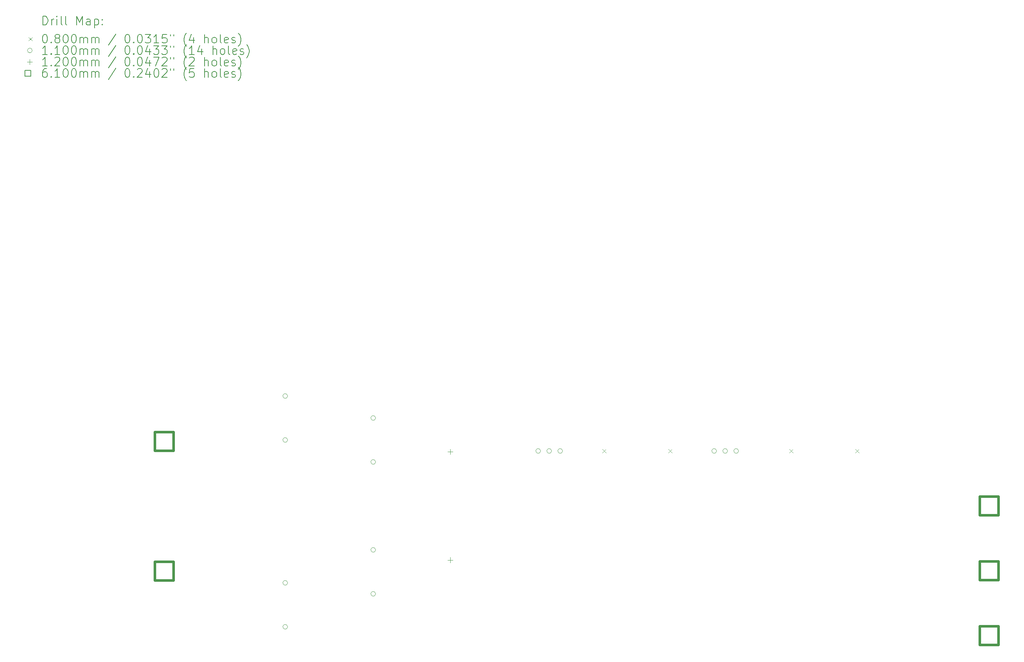
<source format=gbr>
%TF.GenerationSoftware,KiCad,Pcbnew,7.0.2*%
%TF.CreationDate,2023-06-26T14:50:18+05:30*%
%TF.ProjectId,Transmitter,5472616e-736d-4697-9474-65722e6b6963,rev?*%
%TF.SameCoordinates,Original*%
%TF.FileFunction,Drillmap*%
%TF.FilePolarity,Positive*%
%FSLAX45Y45*%
G04 Gerber Fmt 4.5, Leading zero omitted, Abs format (unit mm)*
G04 Created by KiCad (PCBNEW 7.0.2) date 2023-06-26 14:50:18*
%MOMM*%
%LPD*%
G01*
G04 APERTURE LIST*
%ADD10C,0.200000*%
%ADD11C,0.080000*%
%ADD12C,0.110000*%
%ADD13C,0.120000*%
%ADD14C,0.610000*%
G04 APERTURE END LIST*
D10*
D11*
X13168000Y-10120000D02*
X13248000Y-10200000D01*
X13248000Y-10120000D02*
X13168000Y-10200000D01*
X14692000Y-10120000D02*
X14772000Y-10200000D01*
X14772000Y-10120000D02*
X14692000Y-10200000D01*
X17486000Y-10120000D02*
X17566000Y-10200000D01*
X17566000Y-10120000D02*
X17486000Y-10200000D01*
X19010000Y-10120000D02*
X19090000Y-10200000D01*
X19090000Y-10120000D02*
X19010000Y-10200000D01*
D12*
X5897000Y-8890000D02*
G75*
G03*
X5897000Y-8890000I-55000J0D01*
G01*
X5897000Y-9906000D02*
G75*
G03*
X5897000Y-9906000I-55000J0D01*
G01*
X5897000Y-13208000D02*
G75*
G03*
X5897000Y-13208000I-55000J0D01*
G01*
X5897000Y-14224000D02*
G75*
G03*
X5897000Y-14224000I-55000J0D01*
G01*
X7929000Y-9398000D02*
G75*
G03*
X7929000Y-9398000I-55000J0D01*
G01*
X7929000Y-10414000D02*
G75*
G03*
X7929000Y-10414000I-55000J0D01*
G01*
X7929000Y-12446000D02*
G75*
G03*
X7929000Y-12446000I-55000J0D01*
G01*
X7929000Y-13462000D02*
G75*
G03*
X7929000Y-13462000I-55000J0D01*
G01*
X11739000Y-10160000D02*
G75*
G03*
X11739000Y-10160000I-55000J0D01*
G01*
X11993000Y-10160000D02*
G75*
G03*
X11993000Y-10160000I-55000J0D01*
G01*
X12247000Y-10160000D02*
G75*
G03*
X12247000Y-10160000I-55000J0D01*
G01*
X15803000Y-10160000D02*
G75*
G03*
X15803000Y-10160000I-55000J0D01*
G01*
X16057000Y-10160000D02*
G75*
G03*
X16057000Y-10160000I-55000J0D01*
G01*
X16311000Y-10160000D02*
G75*
G03*
X16311000Y-10160000I-55000J0D01*
G01*
D13*
X9650250Y-10120000D02*
X9650250Y-10240000D01*
X9590250Y-10180000D02*
X9710250Y-10180000D01*
X9650250Y-12620000D02*
X9650250Y-12740000D01*
X9590250Y-12680000D02*
X9710250Y-12680000D01*
D14*
X3263670Y-10148670D02*
X3263670Y-9717330D01*
X2832330Y-9717330D01*
X2832330Y-10148670D01*
X3263670Y-10148670D01*
X3263670Y-13145670D02*
X3263670Y-12714330D01*
X2832330Y-12714330D01*
X2832330Y-13145670D01*
X3263670Y-13145670D01*
X22313670Y-11645670D02*
X22313670Y-11214330D01*
X21882330Y-11214330D01*
X21882330Y-11645670D01*
X22313670Y-11645670D01*
X22313670Y-13144670D02*
X22313670Y-12713330D01*
X21882330Y-12713330D01*
X21882330Y-13144670D01*
X22313670Y-13144670D01*
X22313670Y-14642670D02*
X22313670Y-14211330D01*
X21882330Y-14211330D01*
X21882330Y-14642670D01*
X22313670Y-14642670D01*
D10*
X247619Y-312524D02*
X247619Y-112524D01*
X247619Y-112524D02*
X295238Y-112524D01*
X295238Y-112524D02*
X323810Y-122048D01*
X323810Y-122048D02*
X342857Y-141095D01*
X342857Y-141095D02*
X352381Y-160143D01*
X352381Y-160143D02*
X361905Y-198238D01*
X361905Y-198238D02*
X361905Y-226809D01*
X361905Y-226809D02*
X352381Y-264905D01*
X352381Y-264905D02*
X342857Y-283952D01*
X342857Y-283952D02*
X323810Y-303000D01*
X323810Y-303000D02*
X295238Y-312524D01*
X295238Y-312524D02*
X247619Y-312524D01*
X447619Y-312524D02*
X447619Y-179190D01*
X447619Y-217286D02*
X457143Y-198238D01*
X457143Y-198238D02*
X466667Y-188714D01*
X466667Y-188714D02*
X485714Y-179190D01*
X485714Y-179190D02*
X504762Y-179190D01*
X571429Y-312524D02*
X571429Y-179190D01*
X571429Y-112524D02*
X561905Y-122048D01*
X561905Y-122048D02*
X571429Y-131571D01*
X571429Y-131571D02*
X580952Y-122048D01*
X580952Y-122048D02*
X571429Y-112524D01*
X571429Y-112524D02*
X571429Y-131571D01*
X695238Y-312524D02*
X676190Y-303000D01*
X676190Y-303000D02*
X666667Y-283952D01*
X666667Y-283952D02*
X666667Y-112524D01*
X800000Y-312524D02*
X780952Y-303000D01*
X780952Y-303000D02*
X771428Y-283952D01*
X771428Y-283952D02*
X771428Y-112524D01*
X1028571Y-312524D02*
X1028571Y-112524D01*
X1028571Y-112524D02*
X1095238Y-255381D01*
X1095238Y-255381D02*
X1161905Y-112524D01*
X1161905Y-112524D02*
X1161905Y-312524D01*
X1342857Y-312524D02*
X1342857Y-207762D01*
X1342857Y-207762D02*
X1333333Y-188714D01*
X1333333Y-188714D02*
X1314286Y-179190D01*
X1314286Y-179190D02*
X1276190Y-179190D01*
X1276190Y-179190D02*
X1257143Y-188714D01*
X1342857Y-303000D02*
X1323810Y-312524D01*
X1323810Y-312524D02*
X1276190Y-312524D01*
X1276190Y-312524D02*
X1257143Y-303000D01*
X1257143Y-303000D02*
X1247619Y-283952D01*
X1247619Y-283952D02*
X1247619Y-264905D01*
X1247619Y-264905D02*
X1257143Y-245857D01*
X1257143Y-245857D02*
X1276190Y-236333D01*
X1276190Y-236333D02*
X1323810Y-236333D01*
X1323810Y-236333D02*
X1342857Y-226809D01*
X1438095Y-179190D02*
X1438095Y-379190D01*
X1438095Y-188714D02*
X1457143Y-179190D01*
X1457143Y-179190D02*
X1495238Y-179190D01*
X1495238Y-179190D02*
X1514286Y-188714D01*
X1514286Y-188714D02*
X1523809Y-198238D01*
X1523809Y-198238D02*
X1533333Y-217286D01*
X1533333Y-217286D02*
X1533333Y-274429D01*
X1533333Y-274429D02*
X1523809Y-293476D01*
X1523809Y-293476D02*
X1514286Y-303000D01*
X1514286Y-303000D02*
X1495238Y-312524D01*
X1495238Y-312524D02*
X1457143Y-312524D01*
X1457143Y-312524D02*
X1438095Y-303000D01*
X1619048Y-293476D02*
X1628571Y-303000D01*
X1628571Y-303000D02*
X1619048Y-312524D01*
X1619048Y-312524D02*
X1609524Y-303000D01*
X1609524Y-303000D02*
X1619048Y-293476D01*
X1619048Y-293476D02*
X1619048Y-312524D01*
X1619048Y-188714D02*
X1628571Y-198238D01*
X1628571Y-198238D02*
X1619048Y-207762D01*
X1619048Y-207762D02*
X1609524Y-198238D01*
X1609524Y-198238D02*
X1619048Y-188714D01*
X1619048Y-188714D02*
X1619048Y-207762D01*
D11*
X-80000Y-600000D02*
X0Y-680000D01*
X0Y-600000D02*
X-80000Y-680000D01*
D10*
X285714Y-532524D02*
X304762Y-532524D01*
X304762Y-532524D02*
X323810Y-542048D01*
X323810Y-542048D02*
X333333Y-551571D01*
X333333Y-551571D02*
X342857Y-570619D01*
X342857Y-570619D02*
X352381Y-608714D01*
X352381Y-608714D02*
X352381Y-656333D01*
X352381Y-656333D02*
X342857Y-694429D01*
X342857Y-694429D02*
X333333Y-713476D01*
X333333Y-713476D02*
X323810Y-723000D01*
X323810Y-723000D02*
X304762Y-732524D01*
X304762Y-732524D02*
X285714Y-732524D01*
X285714Y-732524D02*
X266667Y-723000D01*
X266667Y-723000D02*
X257143Y-713476D01*
X257143Y-713476D02*
X247619Y-694429D01*
X247619Y-694429D02*
X238095Y-656333D01*
X238095Y-656333D02*
X238095Y-608714D01*
X238095Y-608714D02*
X247619Y-570619D01*
X247619Y-570619D02*
X257143Y-551571D01*
X257143Y-551571D02*
X266667Y-542048D01*
X266667Y-542048D02*
X285714Y-532524D01*
X438095Y-713476D02*
X447619Y-723000D01*
X447619Y-723000D02*
X438095Y-732524D01*
X438095Y-732524D02*
X428571Y-723000D01*
X428571Y-723000D02*
X438095Y-713476D01*
X438095Y-713476D02*
X438095Y-732524D01*
X561905Y-618238D02*
X542857Y-608714D01*
X542857Y-608714D02*
X533333Y-599190D01*
X533333Y-599190D02*
X523809Y-580143D01*
X523809Y-580143D02*
X523809Y-570619D01*
X523809Y-570619D02*
X533333Y-551571D01*
X533333Y-551571D02*
X542857Y-542048D01*
X542857Y-542048D02*
X561905Y-532524D01*
X561905Y-532524D02*
X600000Y-532524D01*
X600000Y-532524D02*
X619048Y-542048D01*
X619048Y-542048D02*
X628571Y-551571D01*
X628571Y-551571D02*
X638095Y-570619D01*
X638095Y-570619D02*
X638095Y-580143D01*
X638095Y-580143D02*
X628571Y-599190D01*
X628571Y-599190D02*
X619048Y-608714D01*
X619048Y-608714D02*
X600000Y-618238D01*
X600000Y-618238D02*
X561905Y-618238D01*
X561905Y-618238D02*
X542857Y-627762D01*
X542857Y-627762D02*
X533333Y-637286D01*
X533333Y-637286D02*
X523809Y-656333D01*
X523809Y-656333D02*
X523809Y-694429D01*
X523809Y-694429D02*
X533333Y-713476D01*
X533333Y-713476D02*
X542857Y-723000D01*
X542857Y-723000D02*
X561905Y-732524D01*
X561905Y-732524D02*
X600000Y-732524D01*
X600000Y-732524D02*
X619048Y-723000D01*
X619048Y-723000D02*
X628571Y-713476D01*
X628571Y-713476D02*
X638095Y-694429D01*
X638095Y-694429D02*
X638095Y-656333D01*
X638095Y-656333D02*
X628571Y-637286D01*
X628571Y-637286D02*
X619048Y-627762D01*
X619048Y-627762D02*
X600000Y-618238D01*
X761905Y-532524D02*
X780952Y-532524D01*
X780952Y-532524D02*
X800000Y-542048D01*
X800000Y-542048D02*
X809524Y-551571D01*
X809524Y-551571D02*
X819048Y-570619D01*
X819048Y-570619D02*
X828571Y-608714D01*
X828571Y-608714D02*
X828571Y-656333D01*
X828571Y-656333D02*
X819048Y-694429D01*
X819048Y-694429D02*
X809524Y-713476D01*
X809524Y-713476D02*
X800000Y-723000D01*
X800000Y-723000D02*
X780952Y-732524D01*
X780952Y-732524D02*
X761905Y-732524D01*
X761905Y-732524D02*
X742857Y-723000D01*
X742857Y-723000D02*
X733333Y-713476D01*
X733333Y-713476D02*
X723809Y-694429D01*
X723809Y-694429D02*
X714286Y-656333D01*
X714286Y-656333D02*
X714286Y-608714D01*
X714286Y-608714D02*
X723809Y-570619D01*
X723809Y-570619D02*
X733333Y-551571D01*
X733333Y-551571D02*
X742857Y-542048D01*
X742857Y-542048D02*
X761905Y-532524D01*
X952381Y-532524D02*
X971429Y-532524D01*
X971429Y-532524D02*
X990476Y-542048D01*
X990476Y-542048D02*
X1000000Y-551571D01*
X1000000Y-551571D02*
X1009524Y-570619D01*
X1009524Y-570619D02*
X1019048Y-608714D01*
X1019048Y-608714D02*
X1019048Y-656333D01*
X1019048Y-656333D02*
X1009524Y-694429D01*
X1009524Y-694429D02*
X1000000Y-713476D01*
X1000000Y-713476D02*
X990476Y-723000D01*
X990476Y-723000D02*
X971429Y-732524D01*
X971429Y-732524D02*
X952381Y-732524D01*
X952381Y-732524D02*
X933333Y-723000D01*
X933333Y-723000D02*
X923809Y-713476D01*
X923809Y-713476D02*
X914286Y-694429D01*
X914286Y-694429D02*
X904762Y-656333D01*
X904762Y-656333D02*
X904762Y-608714D01*
X904762Y-608714D02*
X914286Y-570619D01*
X914286Y-570619D02*
X923809Y-551571D01*
X923809Y-551571D02*
X933333Y-542048D01*
X933333Y-542048D02*
X952381Y-532524D01*
X1104762Y-732524D02*
X1104762Y-599190D01*
X1104762Y-618238D02*
X1114286Y-608714D01*
X1114286Y-608714D02*
X1133333Y-599190D01*
X1133333Y-599190D02*
X1161905Y-599190D01*
X1161905Y-599190D02*
X1180952Y-608714D01*
X1180952Y-608714D02*
X1190476Y-627762D01*
X1190476Y-627762D02*
X1190476Y-732524D01*
X1190476Y-627762D02*
X1200000Y-608714D01*
X1200000Y-608714D02*
X1219048Y-599190D01*
X1219048Y-599190D02*
X1247619Y-599190D01*
X1247619Y-599190D02*
X1266667Y-608714D01*
X1266667Y-608714D02*
X1276191Y-627762D01*
X1276191Y-627762D02*
X1276191Y-732524D01*
X1371429Y-732524D02*
X1371429Y-599190D01*
X1371429Y-618238D02*
X1380952Y-608714D01*
X1380952Y-608714D02*
X1400000Y-599190D01*
X1400000Y-599190D02*
X1428571Y-599190D01*
X1428571Y-599190D02*
X1447619Y-608714D01*
X1447619Y-608714D02*
X1457143Y-627762D01*
X1457143Y-627762D02*
X1457143Y-732524D01*
X1457143Y-627762D02*
X1466667Y-608714D01*
X1466667Y-608714D02*
X1485714Y-599190D01*
X1485714Y-599190D02*
X1514286Y-599190D01*
X1514286Y-599190D02*
X1533333Y-608714D01*
X1533333Y-608714D02*
X1542857Y-627762D01*
X1542857Y-627762D02*
X1542857Y-732524D01*
X1933333Y-523000D02*
X1761905Y-780143D01*
X2190476Y-532524D02*
X2209524Y-532524D01*
X2209524Y-532524D02*
X2228572Y-542048D01*
X2228572Y-542048D02*
X2238095Y-551571D01*
X2238095Y-551571D02*
X2247619Y-570619D01*
X2247619Y-570619D02*
X2257143Y-608714D01*
X2257143Y-608714D02*
X2257143Y-656333D01*
X2257143Y-656333D02*
X2247619Y-694429D01*
X2247619Y-694429D02*
X2238095Y-713476D01*
X2238095Y-713476D02*
X2228572Y-723000D01*
X2228572Y-723000D02*
X2209524Y-732524D01*
X2209524Y-732524D02*
X2190476Y-732524D01*
X2190476Y-732524D02*
X2171429Y-723000D01*
X2171429Y-723000D02*
X2161905Y-713476D01*
X2161905Y-713476D02*
X2152381Y-694429D01*
X2152381Y-694429D02*
X2142857Y-656333D01*
X2142857Y-656333D02*
X2142857Y-608714D01*
X2142857Y-608714D02*
X2152381Y-570619D01*
X2152381Y-570619D02*
X2161905Y-551571D01*
X2161905Y-551571D02*
X2171429Y-542048D01*
X2171429Y-542048D02*
X2190476Y-532524D01*
X2342857Y-713476D02*
X2352381Y-723000D01*
X2352381Y-723000D02*
X2342857Y-732524D01*
X2342857Y-732524D02*
X2333334Y-723000D01*
X2333334Y-723000D02*
X2342857Y-713476D01*
X2342857Y-713476D02*
X2342857Y-732524D01*
X2476191Y-532524D02*
X2495238Y-532524D01*
X2495238Y-532524D02*
X2514286Y-542048D01*
X2514286Y-542048D02*
X2523810Y-551571D01*
X2523810Y-551571D02*
X2533334Y-570619D01*
X2533334Y-570619D02*
X2542857Y-608714D01*
X2542857Y-608714D02*
X2542857Y-656333D01*
X2542857Y-656333D02*
X2533334Y-694429D01*
X2533334Y-694429D02*
X2523810Y-713476D01*
X2523810Y-713476D02*
X2514286Y-723000D01*
X2514286Y-723000D02*
X2495238Y-732524D01*
X2495238Y-732524D02*
X2476191Y-732524D01*
X2476191Y-732524D02*
X2457143Y-723000D01*
X2457143Y-723000D02*
X2447619Y-713476D01*
X2447619Y-713476D02*
X2438095Y-694429D01*
X2438095Y-694429D02*
X2428572Y-656333D01*
X2428572Y-656333D02*
X2428572Y-608714D01*
X2428572Y-608714D02*
X2438095Y-570619D01*
X2438095Y-570619D02*
X2447619Y-551571D01*
X2447619Y-551571D02*
X2457143Y-542048D01*
X2457143Y-542048D02*
X2476191Y-532524D01*
X2609524Y-532524D02*
X2733334Y-532524D01*
X2733334Y-532524D02*
X2666667Y-608714D01*
X2666667Y-608714D02*
X2695238Y-608714D01*
X2695238Y-608714D02*
X2714286Y-618238D01*
X2714286Y-618238D02*
X2723810Y-627762D01*
X2723810Y-627762D02*
X2733334Y-646810D01*
X2733334Y-646810D02*
X2733334Y-694429D01*
X2733334Y-694429D02*
X2723810Y-713476D01*
X2723810Y-713476D02*
X2714286Y-723000D01*
X2714286Y-723000D02*
X2695238Y-732524D01*
X2695238Y-732524D02*
X2638095Y-732524D01*
X2638095Y-732524D02*
X2619048Y-723000D01*
X2619048Y-723000D02*
X2609524Y-713476D01*
X2923810Y-732524D02*
X2809524Y-732524D01*
X2866667Y-732524D02*
X2866667Y-532524D01*
X2866667Y-532524D02*
X2847619Y-561095D01*
X2847619Y-561095D02*
X2828572Y-580143D01*
X2828572Y-580143D02*
X2809524Y-589667D01*
X3104762Y-532524D02*
X3009524Y-532524D01*
X3009524Y-532524D02*
X3000000Y-627762D01*
X3000000Y-627762D02*
X3009524Y-618238D01*
X3009524Y-618238D02*
X3028572Y-608714D01*
X3028572Y-608714D02*
X3076191Y-608714D01*
X3076191Y-608714D02*
X3095238Y-618238D01*
X3095238Y-618238D02*
X3104762Y-627762D01*
X3104762Y-627762D02*
X3114286Y-646810D01*
X3114286Y-646810D02*
X3114286Y-694429D01*
X3114286Y-694429D02*
X3104762Y-713476D01*
X3104762Y-713476D02*
X3095238Y-723000D01*
X3095238Y-723000D02*
X3076191Y-732524D01*
X3076191Y-732524D02*
X3028572Y-732524D01*
X3028572Y-732524D02*
X3009524Y-723000D01*
X3009524Y-723000D02*
X3000000Y-713476D01*
X3190476Y-532524D02*
X3190476Y-570619D01*
X3266667Y-532524D02*
X3266667Y-570619D01*
X3561905Y-808714D02*
X3552381Y-799190D01*
X3552381Y-799190D02*
X3533334Y-770619D01*
X3533334Y-770619D02*
X3523810Y-751571D01*
X3523810Y-751571D02*
X3514286Y-723000D01*
X3514286Y-723000D02*
X3504762Y-675381D01*
X3504762Y-675381D02*
X3504762Y-637286D01*
X3504762Y-637286D02*
X3514286Y-589667D01*
X3514286Y-589667D02*
X3523810Y-561095D01*
X3523810Y-561095D02*
X3533334Y-542048D01*
X3533334Y-542048D02*
X3552381Y-513476D01*
X3552381Y-513476D02*
X3561905Y-503952D01*
X3723810Y-599190D02*
X3723810Y-732524D01*
X3676191Y-523000D02*
X3628572Y-665857D01*
X3628572Y-665857D02*
X3752381Y-665857D01*
X3980953Y-732524D02*
X3980953Y-532524D01*
X4066667Y-732524D02*
X4066667Y-627762D01*
X4066667Y-627762D02*
X4057143Y-608714D01*
X4057143Y-608714D02*
X4038096Y-599190D01*
X4038096Y-599190D02*
X4009524Y-599190D01*
X4009524Y-599190D02*
X3990476Y-608714D01*
X3990476Y-608714D02*
X3980953Y-618238D01*
X4190476Y-732524D02*
X4171429Y-723000D01*
X4171429Y-723000D02*
X4161905Y-713476D01*
X4161905Y-713476D02*
X4152381Y-694429D01*
X4152381Y-694429D02*
X4152381Y-637286D01*
X4152381Y-637286D02*
X4161905Y-618238D01*
X4161905Y-618238D02*
X4171429Y-608714D01*
X4171429Y-608714D02*
X4190476Y-599190D01*
X4190476Y-599190D02*
X4219048Y-599190D01*
X4219048Y-599190D02*
X4238096Y-608714D01*
X4238096Y-608714D02*
X4247619Y-618238D01*
X4247619Y-618238D02*
X4257143Y-637286D01*
X4257143Y-637286D02*
X4257143Y-694429D01*
X4257143Y-694429D02*
X4247619Y-713476D01*
X4247619Y-713476D02*
X4238096Y-723000D01*
X4238096Y-723000D02*
X4219048Y-732524D01*
X4219048Y-732524D02*
X4190476Y-732524D01*
X4371429Y-732524D02*
X4352381Y-723000D01*
X4352381Y-723000D02*
X4342858Y-703952D01*
X4342858Y-703952D02*
X4342858Y-532524D01*
X4523810Y-723000D02*
X4504762Y-732524D01*
X4504762Y-732524D02*
X4466667Y-732524D01*
X4466667Y-732524D02*
X4447619Y-723000D01*
X4447619Y-723000D02*
X4438096Y-703952D01*
X4438096Y-703952D02*
X4438096Y-627762D01*
X4438096Y-627762D02*
X4447619Y-608714D01*
X4447619Y-608714D02*
X4466667Y-599190D01*
X4466667Y-599190D02*
X4504762Y-599190D01*
X4504762Y-599190D02*
X4523810Y-608714D01*
X4523810Y-608714D02*
X4533334Y-627762D01*
X4533334Y-627762D02*
X4533334Y-646810D01*
X4533334Y-646810D02*
X4438096Y-665857D01*
X4609524Y-723000D02*
X4628572Y-732524D01*
X4628572Y-732524D02*
X4666667Y-732524D01*
X4666667Y-732524D02*
X4685715Y-723000D01*
X4685715Y-723000D02*
X4695239Y-703952D01*
X4695239Y-703952D02*
X4695239Y-694429D01*
X4695239Y-694429D02*
X4685715Y-675381D01*
X4685715Y-675381D02*
X4666667Y-665857D01*
X4666667Y-665857D02*
X4638096Y-665857D01*
X4638096Y-665857D02*
X4619048Y-656333D01*
X4619048Y-656333D02*
X4609524Y-637286D01*
X4609524Y-637286D02*
X4609524Y-627762D01*
X4609524Y-627762D02*
X4619048Y-608714D01*
X4619048Y-608714D02*
X4638096Y-599190D01*
X4638096Y-599190D02*
X4666667Y-599190D01*
X4666667Y-599190D02*
X4685715Y-608714D01*
X4761905Y-808714D02*
X4771429Y-799190D01*
X4771429Y-799190D02*
X4790477Y-770619D01*
X4790477Y-770619D02*
X4800000Y-751571D01*
X4800000Y-751571D02*
X4809524Y-723000D01*
X4809524Y-723000D02*
X4819048Y-675381D01*
X4819048Y-675381D02*
X4819048Y-637286D01*
X4819048Y-637286D02*
X4809524Y-589667D01*
X4809524Y-589667D02*
X4800000Y-561095D01*
X4800000Y-561095D02*
X4790477Y-542048D01*
X4790477Y-542048D02*
X4771429Y-513476D01*
X4771429Y-513476D02*
X4761905Y-503952D01*
D12*
X0Y-904000D02*
G75*
G03*
X0Y-904000I-55000J0D01*
G01*
D10*
X352381Y-996524D02*
X238095Y-996524D01*
X295238Y-996524D02*
X295238Y-796524D01*
X295238Y-796524D02*
X276190Y-825095D01*
X276190Y-825095D02*
X257143Y-844143D01*
X257143Y-844143D02*
X238095Y-853667D01*
X438095Y-977476D02*
X447619Y-987000D01*
X447619Y-987000D02*
X438095Y-996524D01*
X438095Y-996524D02*
X428571Y-987000D01*
X428571Y-987000D02*
X438095Y-977476D01*
X438095Y-977476D02*
X438095Y-996524D01*
X638095Y-996524D02*
X523809Y-996524D01*
X580952Y-996524D02*
X580952Y-796524D01*
X580952Y-796524D02*
X561905Y-825095D01*
X561905Y-825095D02*
X542857Y-844143D01*
X542857Y-844143D02*
X523809Y-853667D01*
X761905Y-796524D02*
X780952Y-796524D01*
X780952Y-796524D02*
X800000Y-806048D01*
X800000Y-806048D02*
X809524Y-815571D01*
X809524Y-815571D02*
X819048Y-834619D01*
X819048Y-834619D02*
X828571Y-872714D01*
X828571Y-872714D02*
X828571Y-920333D01*
X828571Y-920333D02*
X819048Y-958428D01*
X819048Y-958428D02*
X809524Y-977476D01*
X809524Y-977476D02*
X800000Y-987000D01*
X800000Y-987000D02*
X780952Y-996524D01*
X780952Y-996524D02*
X761905Y-996524D01*
X761905Y-996524D02*
X742857Y-987000D01*
X742857Y-987000D02*
X733333Y-977476D01*
X733333Y-977476D02*
X723809Y-958428D01*
X723809Y-958428D02*
X714286Y-920333D01*
X714286Y-920333D02*
X714286Y-872714D01*
X714286Y-872714D02*
X723809Y-834619D01*
X723809Y-834619D02*
X733333Y-815571D01*
X733333Y-815571D02*
X742857Y-806048D01*
X742857Y-806048D02*
X761905Y-796524D01*
X952381Y-796524D02*
X971429Y-796524D01*
X971429Y-796524D02*
X990476Y-806048D01*
X990476Y-806048D02*
X1000000Y-815571D01*
X1000000Y-815571D02*
X1009524Y-834619D01*
X1009524Y-834619D02*
X1019048Y-872714D01*
X1019048Y-872714D02*
X1019048Y-920333D01*
X1019048Y-920333D02*
X1009524Y-958428D01*
X1009524Y-958428D02*
X1000000Y-977476D01*
X1000000Y-977476D02*
X990476Y-987000D01*
X990476Y-987000D02*
X971429Y-996524D01*
X971429Y-996524D02*
X952381Y-996524D01*
X952381Y-996524D02*
X933333Y-987000D01*
X933333Y-987000D02*
X923809Y-977476D01*
X923809Y-977476D02*
X914286Y-958428D01*
X914286Y-958428D02*
X904762Y-920333D01*
X904762Y-920333D02*
X904762Y-872714D01*
X904762Y-872714D02*
X914286Y-834619D01*
X914286Y-834619D02*
X923809Y-815571D01*
X923809Y-815571D02*
X933333Y-806048D01*
X933333Y-806048D02*
X952381Y-796524D01*
X1104762Y-996524D02*
X1104762Y-863190D01*
X1104762Y-882238D02*
X1114286Y-872714D01*
X1114286Y-872714D02*
X1133333Y-863190D01*
X1133333Y-863190D02*
X1161905Y-863190D01*
X1161905Y-863190D02*
X1180952Y-872714D01*
X1180952Y-872714D02*
X1190476Y-891762D01*
X1190476Y-891762D02*
X1190476Y-996524D01*
X1190476Y-891762D02*
X1200000Y-872714D01*
X1200000Y-872714D02*
X1219048Y-863190D01*
X1219048Y-863190D02*
X1247619Y-863190D01*
X1247619Y-863190D02*
X1266667Y-872714D01*
X1266667Y-872714D02*
X1276191Y-891762D01*
X1276191Y-891762D02*
X1276191Y-996524D01*
X1371429Y-996524D02*
X1371429Y-863190D01*
X1371429Y-882238D02*
X1380952Y-872714D01*
X1380952Y-872714D02*
X1400000Y-863190D01*
X1400000Y-863190D02*
X1428571Y-863190D01*
X1428571Y-863190D02*
X1447619Y-872714D01*
X1447619Y-872714D02*
X1457143Y-891762D01*
X1457143Y-891762D02*
X1457143Y-996524D01*
X1457143Y-891762D02*
X1466667Y-872714D01*
X1466667Y-872714D02*
X1485714Y-863190D01*
X1485714Y-863190D02*
X1514286Y-863190D01*
X1514286Y-863190D02*
X1533333Y-872714D01*
X1533333Y-872714D02*
X1542857Y-891762D01*
X1542857Y-891762D02*
X1542857Y-996524D01*
X1933333Y-787000D02*
X1761905Y-1044143D01*
X2190476Y-796524D02*
X2209524Y-796524D01*
X2209524Y-796524D02*
X2228572Y-806048D01*
X2228572Y-806048D02*
X2238095Y-815571D01*
X2238095Y-815571D02*
X2247619Y-834619D01*
X2247619Y-834619D02*
X2257143Y-872714D01*
X2257143Y-872714D02*
X2257143Y-920333D01*
X2257143Y-920333D02*
X2247619Y-958428D01*
X2247619Y-958428D02*
X2238095Y-977476D01*
X2238095Y-977476D02*
X2228572Y-987000D01*
X2228572Y-987000D02*
X2209524Y-996524D01*
X2209524Y-996524D02*
X2190476Y-996524D01*
X2190476Y-996524D02*
X2171429Y-987000D01*
X2171429Y-987000D02*
X2161905Y-977476D01*
X2161905Y-977476D02*
X2152381Y-958428D01*
X2152381Y-958428D02*
X2142857Y-920333D01*
X2142857Y-920333D02*
X2142857Y-872714D01*
X2142857Y-872714D02*
X2152381Y-834619D01*
X2152381Y-834619D02*
X2161905Y-815571D01*
X2161905Y-815571D02*
X2171429Y-806048D01*
X2171429Y-806048D02*
X2190476Y-796524D01*
X2342857Y-977476D02*
X2352381Y-987000D01*
X2352381Y-987000D02*
X2342857Y-996524D01*
X2342857Y-996524D02*
X2333334Y-987000D01*
X2333334Y-987000D02*
X2342857Y-977476D01*
X2342857Y-977476D02*
X2342857Y-996524D01*
X2476191Y-796524D02*
X2495238Y-796524D01*
X2495238Y-796524D02*
X2514286Y-806048D01*
X2514286Y-806048D02*
X2523810Y-815571D01*
X2523810Y-815571D02*
X2533334Y-834619D01*
X2533334Y-834619D02*
X2542857Y-872714D01*
X2542857Y-872714D02*
X2542857Y-920333D01*
X2542857Y-920333D02*
X2533334Y-958428D01*
X2533334Y-958428D02*
X2523810Y-977476D01*
X2523810Y-977476D02*
X2514286Y-987000D01*
X2514286Y-987000D02*
X2495238Y-996524D01*
X2495238Y-996524D02*
X2476191Y-996524D01*
X2476191Y-996524D02*
X2457143Y-987000D01*
X2457143Y-987000D02*
X2447619Y-977476D01*
X2447619Y-977476D02*
X2438095Y-958428D01*
X2438095Y-958428D02*
X2428572Y-920333D01*
X2428572Y-920333D02*
X2428572Y-872714D01*
X2428572Y-872714D02*
X2438095Y-834619D01*
X2438095Y-834619D02*
X2447619Y-815571D01*
X2447619Y-815571D02*
X2457143Y-806048D01*
X2457143Y-806048D02*
X2476191Y-796524D01*
X2714286Y-863190D02*
X2714286Y-996524D01*
X2666667Y-787000D02*
X2619048Y-929857D01*
X2619048Y-929857D02*
X2742857Y-929857D01*
X2800000Y-796524D02*
X2923810Y-796524D01*
X2923810Y-796524D02*
X2857143Y-872714D01*
X2857143Y-872714D02*
X2885714Y-872714D01*
X2885714Y-872714D02*
X2904762Y-882238D01*
X2904762Y-882238D02*
X2914286Y-891762D01*
X2914286Y-891762D02*
X2923810Y-910809D01*
X2923810Y-910809D02*
X2923810Y-958428D01*
X2923810Y-958428D02*
X2914286Y-977476D01*
X2914286Y-977476D02*
X2904762Y-987000D01*
X2904762Y-987000D02*
X2885714Y-996524D01*
X2885714Y-996524D02*
X2828572Y-996524D01*
X2828572Y-996524D02*
X2809524Y-987000D01*
X2809524Y-987000D02*
X2800000Y-977476D01*
X2990476Y-796524D02*
X3114286Y-796524D01*
X3114286Y-796524D02*
X3047619Y-872714D01*
X3047619Y-872714D02*
X3076191Y-872714D01*
X3076191Y-872714D02*
X3095238Y-882238D01*
X3095238Y-882238D02*
X3104762Y-891762D01*
X3104762Y-891762D02*
X3114286Y-910809D01*
X3114286Y-910809D02*
X3114286Y-958428D01*
X3114286Y-958428D02*
X3104762Y-977476D01*
X3104762Y-977476D02*
X3095238Y-987000D01*
X3095238Y-987000D02*
X3076191Y-996524D01*
X3076191Y-996524D02*
X3019048Y-996524D01*
X3019048Y-996524D02*
X3000000Y-987000D01*
X3000000Y-987000D02*
X2990476Y-977476D01*
X3190476Y-796524D02*
X3190476Y-834619D01*
X3266667Y-796524D02*
X3266667Y-834619D01*
X3561905Y-1072714D02*
X3552381Y-1063190D01*
X3552381Y-1063190D02*
X3533334Y-1034619D01*
X3533334Y-1034619D02*
X3523810Y-1015571D01*
X3523810Y-1015571D02*
X3514286Y-987000D01*
X3514286Y-987000D02*
X3504762Y-939381D01*
X3504762Y-939381D02*
X3504762Y-901286D01*
X3504762Y-901286D02*
X3514286Y-853667D01*
X3514286Y-853667D02*
X3523810Y-825095D01*
X3523810Y-825095D02*
X3533334Y-806048D01*
X3533334Y-806048D02*
X3552381Y-777476D01*
X3552381Y-777476D02*
X3561905Y-767952D01*
X3742857Y-996524D02*
X3628572Y-996524D01*
X3685714Y-996524D02*
X3685714Y-796524D01*
X3685714Y-796524D02*
X3666667Y-825095D01*
X3666667Y-825095D02*
X3647619Y-844143D01*
X3647619Y-844143D02*
X3628572Y-853667D01*
X3914286Y-863190D02*
X3914286Y-996524D01*
X3866667Y-787000D02*
X3819048Y-929857D01*
X3819048Y-929857D02*
X3942857Y-929857D01*
X4171429Y-996524D02*
X4171429Y-796524D01*
X4257143Y-996524D02*
X4257143Y-891762D01*
X4257143Y-891762D02*
X4247619Y-872714D01*
X4247619Y-872714D02*
X4228572Y-863190D01*
X4228572Y-863190D02*
X4200000Y-863190D01*
X4200000Y-863190D02*
X4180953Y-872714D01*
X4180953Y-872714D02*
X4171429Y-882238D01*
X4380953Y-996524D02*
X4361905Y-987000D01*
X4361905Y-987000D02*
X4352381Y-977476D01*
X4352381Y-977476D02*
X4342858Y-958428D01*
X4342858Y-958428D02*
X4342858Y-901286D01*
X4342858Y-901286D02*
X4352381Y-882238D01*
X4352381Y-882238D02*
X4361905Y-872714D01*
X4361905Y-872714D02*
X4380953Y-863190D01*
X4380953Y-863190D02*
X4409524Y-863190D01*
X4409524Y-863190D02*
X4428572Y-872714D01*
X4428572Y-872714D02*
X4438096Y-882238D01*
X4438096Y-882238D02*
X4447619Y-901286D01*
X4447619Y-901286D02*
X4447619Y-958428D01*
X4447619Y-958428D02*
X4438096Y-977476D01*
X4438096Y-977476D02*
X4428572Y-987000D01*
X4428572Y-987000D02*
X4409524Y-996524D01*
X4409524Y-996524D02*
X4380953Y-996524D01*
X4561905Y-996524D02*
X4542858Y-987000D01*
X4542858Y-987000D02*
X4533334Y-967952D01*
X4533334Y-967952D02*
X4533334Y-796524D01*
X4714286Y-987000D02*
X4695239Y-996524D01*
X4695239Y-996524D02*
X4657143Y-996524D01*
X4657143Y-996524D02*
X4638096Y-987000D01*
X4638096Y-987000D02*
X4628572Y-967952D01*
X4628572Y-967952D02*
X4628572Y-891762D01*
X4628572Y-891762D02*
X4638096Y-872714D01*
X4638096Y-872714D02*
X4657143Y-863190D01*
X4657143Y-863190D02*
X4695239Y-863190D01*
X4695239Y-863190D02*
X4714286Y-872714D01*
X4714286Y-872714D02*
X4723810Y-891762D01*
X4723810Y-891762D02*
X4723810Y-910809D01*
X4723810Y-910809D02*
X4628572Y-929857D01*
X4800000Y-987000D02*
X4819048Y-996524D01*
X4819048Y-996524D02*
X4857143Y-996524D01*
X4857143Y-996524D02*
X4876191Y-987000D01*
X4876191Y-987000D02*
X4885715Y-967952D01*
X4885715Y-967952D02*
X4885715Y-958428D01*
X4885715Y-958428D02*
X4876191Y-939381D01*
X4876191Y-939381D02*
X4857143Y-929857D01*
X4857143Y-929857D02*
X4828572Y-929857D01*
X4828572Y-929857D02*
X4809524Y-920333D01*
X4809524Y-920333D02*
X4800000Y-901286D01*
X4800000Y-901286D02*
X4800000Y-891762D01*
X4800000Y-891762D02*
X4809524Y-872714D01*
X4809524Y-872714D02*
X4828572Y-863190D01*
X4828572Y-863190D02*
X4857143Y-863190D01*
X4857143Y-863190D02*
X4876191Y-872714D01*
X4952381Y-1072714D02*
X4961905Y-1063190D01*
X4961905Y-1063190D02*
X4980953Y-1034619D01*
X4980953Y-1034619D02*
X4990477Y-1015571D01*
X4990477Y-1015571D02*
X5000000Y-987000D01*
X5000000Y-987000D02*
X5009524Y-939381D01*
X5009524Y-939381D02*
X5009524Y-901286D01*
X5009524Y-901286D02*
X5000000Y-853667D01*
X5000000Y-853667D02*
X4990477Y-825095D01*
X4990477Y-825095D02*
X4980953Y-806048D01*
X4980953Y-806048D02*
X4961905Y-777476D01*
X4961905Y-777476D02*
X4952381Y-767952D01*
D13*
X-60000Y-1108000D02*
X-60000Y-1228000D01*
X-120000Y-1168000D02*
X0Y-1168000D01*
D10*
X352381Y-1260524D02*
X238095Y-1260524D01*
X295238Y-1260524D02*
X295238Y-1060524D01*
X295238Y-1060524D02*
X276190Y-1089095D01*
X276190Y-1089095D02*
X257143Y-1108143D01*
X257143Y-1108143D02*
X238095Y-1117667D01*
X438095Y-1241476D02*
X447619Y-1251000D01*
X447619Y-1251000D02*
X438095Y-1260524D01*
X438095Y-1260524D02*
X428571Y-1251000D01*
X428571Y-1251000D02*
X438095Y-1241476D01*
X438095Y-1241476D02*
X438095Y-1260524D01*
X523809Y-1079571D02*
X533333Y-1070048D01*
X533333Y-1070048D02*
X552381Y-1060524D01*
X552381Y-1060524D02*
X600000Y-1060524D01*
X600000Y-1060524D02*
X619048Y-1070048D01*
X619048Y-1070048D02*
X628571Y-1079571D01*
X628571Y-1079571D02*
X638095Y-1098619D01*
X638095Y-1098619D02*
X638095Y-1117667D01*
X638095Y-1117667D02*
X628571Y-1146238D01*
X628571Y-1146238D02*
X514286Y-1260524D01*
X514286Y-1260524D02*
X638095Y-1260524D01*
X761905Y-1060524D02*
X780952Y-1060524D01*
X780952Y-1060524D02*
X800000Y-1070048D01*
X800000Y-1070048D02*
X809524Y-1079571D01*
X809524Y-1079571D02*
X819048Y-1098619D01*
X819048Y-1098619D02*
X828571Y-1136714D01*
X828571Y-1136714D02*
X828571Y-1184333D01*
X828571Y-1184333D02*
X819048Y-1222429D01*
X819048Y-1222429D02*
X809524Y-1241476D01*
X809524Y-1241476D02*
X800000Y-1251000D01*
X800000Y-1251000D02*
X780952Y-1260524D01*
X780952Y-1260524D02*
X761905Y-1260524D01*
X761905Y-1260524D02*
X742857Y-1251000D01*
X742857Y-1251000D02*
X733333Y-1241476D01*
X733333Y-1241476D02*
X723809Y-1222429D01*
X723809Y-1222429D02*
X714286Y-1184333D01*
X714286Y-1184333D02*
X714286Y-1136714D01*
X714286Y-1136714D02*
X723809Y-1098619D01*
X723809Y-1098619D02*
X733333Y-1079571D01*
X733333Y-1079571D02*
X742857Y-1070048D01*
X742857Y-1070048D02*
X761905Y-1060524D01*
X952381Y-1060524D02*
X971429Y-1060524D01*
X971429Y-1060524D02*
X990476Y-1070048D01*
X990476Y-1070048D02*
X1000000Y-1079571D01*
X1000000Y-1079571D02*
X1009524Y-1098619D01*
X1009524Y-1098619D02*
X1019048Y-1136714D01*
X1019048Y-1136714D02*
X1019048Y-1184333D01*
X1019048Y-1184333D02*
X1009524Y-1222429D01*
X1009524Y-1222429D02*
X1000000Y-1241476D01*
X1000000Y-1241476D02*
X990476Y-1251000D01*
X990476Y-1251000D02*
X971429Y-1260524D01*
X971429Y-1260524D02*
X952381Y-1260524D01*
X952381Y-1260524D02*
X933333Y-1251000D01*
X933333Y-1251000D02*
X923809Y-1241476D01*
X923809Y-1241476D02*
X914286Y-1222429D01*
X914286Y-1222429D02*
X904762Y-1184333D01*
X904762Y-1184333D02*
X904762Y-1136714D01*
X904762Y-1136714D02*
X914286Y-1098619D01*
X914286Y-1098619D02*
X923809Y-1079571D01*
X923809Y-1079571D02*
X933333Y-1070048D01*
X933333Y-1070048D02*
X952381Y-1060524D01*
X1104762Y-1260524D02*
X1104762Y-1127190D01*
X1104762Y-1146238D02*
X1114286Y-1136714D01*
X1114286Y-1136714D02*
X1133333Y-1127190D01*
X1133333Y-1127190D02*
X1161905Y-1127190D01*
X1161905Y-1127190D02*
X1180952Y-1136714D01*
X1180952Y-1136714D02*
X1190476Y-1155762D01*
X1190476Y-1155762D02*
X1190476Y-1260524D01*
X1190476Y-1155762D02*
X1200000Y-1136714D01*
X1200000Y-1136714D02*
X1219048Y-1127190D01*
X1219048Y-1127190D02*
X1247619Y-1127190D01*
X1247619Y-1127190D02*
X1266667Y-1136714D01*
X1266667Y-1136714D02*
X1276191Y-1155762D01*
X1276191Y-1155762D02*
X1276191Y-1260524D01*
X1371429Y-1260524D02*
X1371429Y-1127190D01*
X1371429Y-1146238D02*
X1380952Y-1136714D01*
X1380952Y-1136714D02*
X1400000Y-1127190D01*
X1400000Y-1127190D02*
X1428571Y-1127190D01*
X1428571Y-1127190D02*
X1447619Y-1136714D01*
X1447619Y-1136714D02*
X1457143Y-1155762D01*
X1457143Y-1155762D02*
X1457143Y-1260524D01*
X1457143Y-1155762D02*
X1466667Y-1136714D01*
X1466667Y-1136714D02*
X1485714Y-1127190D01*
X1485714Y-1127190D02*
X1514286Y-1127190D01*
X1514286Y-1127190D02*
X1533333Y-1136714D01*
X1533333Y-1136714D02*
X1542857Y-1155762D01*
X1542857Y-1155762D02*
X1542857Y-1260524D01*
X1933333Y-1051000D02*
X1761905Y-1308143D01*
X2190476Y-1060524D02*
X2209524Y-1060524D01*
X2209524Y-1060524D02*
X2228572Y-1070048D01*
X2228572Y-1070048D02*
X2238095Y-1079571D01*
X2238095Y-1079571D02*
X2247619Y-1098619D01*
X2247619Y-1098619D02*
X2257143Y-1136714D01*
X2257143Y-1136714D02*
X2257143Y-1184333D01*
X2257143Y-1184333D02*
X2247619Y-1222429D01*
X2247619Y-1222429D02*
X2238095Y-1241476D01*
X2238095Y-1241476D02*
X2228572Y-1251000D01*
X2228572Y-1251000D02*
X2209524Y-1260524D01*
X2209524Y-1260524D02*
X2190476Y-1260524D01*
X2190476Y-1260524D02*
X2171429Y-1251000D01*
X2171429Y-1251000D02*
X2161905Y-1241476D01*
X2161905Y-1241476D02*
X2152381Y-1222429D01*
X2152381Y-1222429D02*
X2142857Y-1184333D01*
X2142857Y-1184333D02*
X2142857Y-1136714D01*
X2142857Y-1136714D02*
X2152381Y-1098619D01*
X2152381Y-1098619D02*
X2161905Y-1079571D01*
X2161905Y-1079571D02*
X2171429Y-1070048D01*
X2171429Y-1070048D02*
X2190476Y-1060524D01*
X2342857Y-1241476D02*
X2352381Y-1251000D01*
X2352381Y-1251000D02*
X2342857Y-1260524D01*
X2342857Y-1260524D02*
X2333334Y-1251000D01*
X2333334Y-1251000D02*
X2342857Y-1241476D01*
X2342857Y-1241476D02*
X2342857Y-1260524D01*
X2476191Y-1060524D02*
X2495238Y-1060524D01*
X2495238Y-1060524D02*
X2514286Y-1070048D01*
X2514286Y-1070048D02*
X2523810Y-1079571D01*
X2523810Y-1079571D02*
X2533334Y-1098619D01*
X2533334Y-1098619D02*
X2542857Y-1136714D01*
X2542857Y-1136714D02*
X2542857Y-1184333D01*
X2542857Y-1184333D02*
X2533334Y-1222429D01*
X2533334Y-1222429D02*
X2523810Y-1241476D01*
X2523810Y-1241476D02*
X2514286Y-1251000D01*
X2514286Y-1251000D02*
X2495238Y-1260524D01*
X2495238Y-1260524D02*
X2476191Y-1260524D01*
X2476191Y-1260524D02*
X2457143Y-1251000D01*
X2457143Y-1251000D02*
X2447619Y-1241476D01*
X2447619Y-1241476D02*
X2438095Y-1222429D01*
X2438095Y-1222429D02*
X2428572Y-1184333D01*
X2428572Y-1184333D02*
X2428572Y-1136714D01*
X2428572Y-1136714D02*
X2438095Y-1098619D01*
X2438095Y-1098619D02*
X2447619Y-1079571D01*
X2447619Y-1079571D02*
X2457143Y-1070048D01*
X2457143Y-1070048D02*
X2476191Y-1060524D01*
X2714286Y-1127190D02*
X2714286Y-1260524D01*
X2666667Y-1051000D02*
X2619048Y-1193857D01*
X2619048Y-1193857D02*
X2742857Y-1193857D01*
X2800000Y-1060524D02*
X2933333Y-1060524D01*
X2933333Y-1060524D02*
X2847619Y-1260524D01*
X3000000Y-1079571D02*
X3009524Y-1070048D01*
X3009524Y-1070048D02*
X3028572Y-1060524D01*
X3028572Y-1060524D02*
X3076191Y-1060524D01*
X3076191Y-1060524D02*
X3095238Y-1070048D01*
X3095238Y-1070048D02*
X3104762Y-1079571D01*
X3104762Y-1079571D02*
X3114286Y-1098619D01*
X3114286Y-1098619D02*
X3114286Y-1117667D01*
X3114286Y-1117667D02*
X3104762Y-1146238D01*
X3104762Y-1146238D02*
X2990476Y-1260524D01*
X2990476Y-1260524D02*
X3114286Y-1260524D01*
X3190476Y-1060524D02*
X3190476Y-1098619D01*
X3266667Y-1060524D02*
X3266667Y-1098619D01*
X3561905Y-1336714D02*
X3552381Y-1327190D01*
X3552381Y-1327190D02*
X3533334Y-1298619D01*
X3533334Y-1298619D02*
X3523810Y-1279571D01*
X3523810Y-1279571D02*
X3514286Y-1251000D01*
X3514286Y-1251000D02*
X3504762Y-1203381D01*
X3504762Y-1203381D02*
X3504762Y-1165286D01*
X3504762Y-1165286D02*
X3514286Y-1117667D01*
X3514286Y-1117667D02*
X3523810Y-1089095D01*
X3523810Y-1089095D02*
X3533334Y-1070048D01*
X3533334Y-1070048D02*
X3552381Y-1041476D01*
X3552381Y-1041476D02*
X3561905Y-1031952D01*
X3628572Y-1079571D02*
X3638095Y-1070048D01*
X3638095Y-1070048D02*
X3657143Y-1060524D01*
X3657143Y-1060524D02*
X3704762Y-1060524D01*
X3704762Y-1060524D02*
X3723810Y-1070048D01*
X3723810Y-1070048D02*
X3733334Y-1079571D01*
X3733334Y-1079571D02*
X3742857Y-1098619D01*
X3742857Y-1098619D02*
X3742857Y-1117667D01*
X3742857Y-1117667D02*
X3733334Y-1146238D01*
X3733334Y-1146238D02*
X3619048Y-1260524D01*
X3619048Y-1260524D02*
X3742857Y-1260524D01*
X3980953Y-1260524D02*
X3980953Y-1060524D01*
X4066667Y-1260524D02*
X4066667Y-1155762D01*
X4066667Y-1155762D02*
X4057143Y-1136714D01*
X4057143Y-1136714D02*
X4038096Y-1127190D01*
X4038096Y-1127190D02*
X4009524Y-1127190D01*
X4009524Y-1127190D02*
X3990476Y-1136714D01*
X3990476Y-1136714D02*
X3980953Y-1146238D01*
X4190476Y-1260524D02*
X4171429Y-1251000D01*
X4171429Y-1251000D02*
X4161905Y-1241476D01*
X4161905Y-1241476D02*
X4152381Y-1222429D01*
X4152381Y-1222429D02*
X4152381Y-1165286D01*
X4152381Y-1165286D02*
X4161905Y-1146238D01*
X4161905Y-1146238D02*
X4171429Y-1136714D01*
X4171429Y-1136714D02*
X4190476Y-1127190D01*
X4190476Y-1127190D02*
X4219048Y-1127190D01*
X4219048Y-1127190D02*
X4238096Y-1136714D01*
X4238096Y-1136714D02*
X4247619Y-1146238D01*
X4247619Y-1146238D02*
X4257143Y-1165286D01*
X4257143Y-1165286D02*
X4257143Y-1222429D01*
X4257143Y-1222429D02*
X4247619Y-1241476D01*
X4247619Y-1241476D02*
X4238096Y-1251000D01*
X4238096Y-1251000D02*
X4219048Y-1260524D01*
X4219048Y-1260524D02*
X4190476Y-1260524D01*
X4371429Y-1260524D02*
X4352381Y-1251000D01*
X4352381Y-1251000D02*
X4342858Y-1231952D01*
X4342858Y-1231952D02*
X4342858Y-1060524D01*
X4523810Y-1251000D02*
X4504762Y-1260524D01*
X4504762Y-1260524D02*
X4466667Y-1260524D01*
X4466667Y-1260524D02*
X4447619Y-1251000D01*
X4447619Y-1251000D02*
X4438096Y-1231952D01*
X4438096Y-1231952D02*
X4438096Y-1155762D01*
X4438096Y-1155762D02*
X4447619Y-1136714D01*
X4447619Y-1136714D02*
X4466667Y-1127190D01*
X4466667Y-1127190D02*
X4504762Y-1127190D01*
X4504762Y-1127190D02*
X4523810Y-1136714D01*
X4523810Y-1136714D02*
X4533334Y-1155762D01*
X4533334Y-1155762D02*
X4533334Y-1174810D01*
X4533334Y-1174810D02*
X4438096Y-1193857D01*
X4609524Y-1251000D02*
X4628572Y-1260524D01*
X4628572Y-1260524D02*
X4666667Y-1260524D01*
X4666667Y-1260524D02*
X4685715Y-1251000D01*
X4685715Y-1251000D02*
X4695239Y-1231952D01*
X4695239Y-1231952D02*
X4695239Y-1222429D01*
X4695239Y-1222429D02*
X4685715Y-1203381D01*
X4685715Y-1203381D02*
X4666667Y-1193857D01*
X4666667Y-1193857D02*
X4638096Y-1193857D01*
X4638096Y-1193857D02*
X4619048Y-1184333D01*
X4619048Y-1184333D02*
X4609524Y-1165286D01*
X4609524Y-1165286D02*
X4609524Y-1155762D01*
X4609524Y-1155762D02*
X4619048Y-1136714D01*
X4619048Y-1136714D02*
X4638096Y-1127190D01*
X4638096Y-1127190D02*
X4666667Y-1127190D01*
X4666667Y-1127190D02*
X4685715Y-1136714D01*
X4761905Y-1336714D02*
X4771429Y-1327190D01*
X4771429Y-1327190D02*
X4790477Y-1298619D01*
X4790477Y-1298619D02*
X4800000Y-1279571D01*
X4800000Y-1279571D02*
X4809524Y-1251000D01*
X4809524Y-1251000D02*
X4819048Y-1203381D01*
X4819048Y-1203381D02*
X4819048Y-1165286D01*
X4819048Y-1165286D02*
X4809524Y-1117667D01*
X4809524Y-1117667D02*
X4800000Y-1089095D01*
X4800000Y-1089095D02*
X4790477Y-1070048D01*
X4790477Y-1070048D02*
X4771429Y-1041476D01*
X4771429Y-1041476D02*
X4761905Y-1031952D01*
X-29289Y-1502711D02*
X-29289Y-1361289D01*
X-170711Y-1361289D01*
X-170711Y-1502711D01*
X-29289Y-1502711D01*
X333333Y-1324524D02*
X295238Y-1324524D01*
X295238Y-1324524D02*
X276190Y-1334048D01*
X276190Y-1334048D02*
X266667Y-1343571D01*
X266667Y-1343571D02*
X247619Y-1372143D01*
X247619Y-1372143D02*
X238095Y-1410238D01*
X238095Y-1410238D02*
X238095Y-1486428D01*
X238095Y-1486428D02*
X247619Y-1505476D01*
X247619Y-1505476D02*
X257143Y-1515000D01*
X257143Y-1515000D02*
X276190Y-1524524D01*
X276190Y-1524524D02*
X314286Y-1524524D01*
X314286Y-1524524D02*
X333333Y-1515000D01*
X333333Y-1515000D02*
X342857Y-1505476D01*
X342857Y-1505476D02*
X352381Y-1486428D01*
X352381Y-1486428D02*
X352381Y-1438809D01*
X352381Y-1438809D02*
X342857Y-1419762D01*
X342857Y-1419762D02*
X333333Y-1410238D01*
X333333Y-1410238D02*
X314286Y-1400714D01*
X314286Y-1400714D02*
X276190Y-1400714D01*
X276190Y-1400714D02*
X257143Y-1410238D01*
X257143Y-1410238D02*
X247619Y-1419762D01*
X247619Y-1419762D02*
X238095Y-1438809D01*
X438095Y-1505476D02*
X447619Y-1515000D01*
X447619Y-1515000D02*
X438095Y-1524524D01*
X438095Y-1524524D02*
X428571Y-1515000D01*
X428571Y-1515000D02*
X438095Y-1505476D01*
X438095Y-1505476D02*
X438095Y-1524524D01*
X638095Y-1524524D02*
X523809Y-1524524D01*
X580952Y-1524524D02*
X580952Y-1324524D01*
X580952Y-1324524D02*
X561905Y-1353095D01*
X561905Y-1353095D02*
X542857Y-1372143D01*
X542857Y-1372143D02*
X523809Y-1381667D01*
X761905Y-1324524D02*
X780952Y-1324524D01*
X780952Y-1324524D02*
X800000Y-1334048D01*
X800000Y-1334048D02*
X809524Y-1343571D01*
X809524Y-1343571D02*
X819048Y-1362619D01*
X819048Y-1362619D02*
X828571Y-1400714D01*
X828571Y-1400714D02*
X828571Y-1448333D01*
X828571Y-1448333D02*
X819048Y-1486428D01*
X819048Y-1486428D02*
X809524Y-1505476D01*
X809524Y-1505476D02*
X800000Y-1515000D01*
X800000Y-1515000D02*
X780952Y-1524524D01*
X780952Y-1524524D02*
X761905Y-1524524D01*
X761905Y-1524524D02*
X742857Y-1515000D01*
X742857Y-1515000D02*
X733333Y-1505476D01*
X733333Y-1505476D02*
X723809Y-1486428D01*
X723809Y-1486428D02*
X714286Y-1448333D01*
X714286Y-1448333D02*
X714286Y-1400714D01*
X714286Y-1400714D02*
X723809Y-1362619D01*
X723809Y-1362619D02*
X733333Y-1343571D01*
X733333Y-1343571D02*
X742857Y-1334048D01*
X742857Y-1334048D02*
X761905Y-1324524D01*
X952381Y-1324524D02*
X971429Y-1324524D01*
X971429Y-1324524D02*
X990476Y-1334048D01*
X990476Y-1334048D02*
X1000000Y-1343571D01*
X1000000Y-1343571D02*
X1009524Y-1362619D01*
X1009524Y-1362619D02*
X1019048Y-1400714D01*
X1019048Y-1400714D02*
X1019048Y-1448333D01*
X1019048Y-1448333D02*
X1009524Y-1486428D01*
X1009524Y-1486428D02*
X1000000Y-1505476D01*
X1000000Y-1505476D02*
X990476Y-1515000D01*
X990476Y-1515000D02*
X971429Y-1524524D01*
X971429Y-1524524D02*
X952381Y-1524524D01*
X952381Y-1524524D02*
X933333Y-1515000D01*
X933333Y-1515000D02*
X923809Y-1505476D01*
X923809Y-1505476D02*
X914286Y-1486428D01*
X914286Y-1486428D02*
X904762Y-1448333D01*
X904762Y-1448333D02*
X904762Y-1400714D01*
X904762Y-1400714D02*
X914286Y-1362619D01*
X914286Y-1362619D02*
X923809Y-1343571D01*
X923809Y-1343571D02*
X933333Y-1334048D01*
X933333Y-1334048D02*
X952381Y-1324524D01*
X1104762Y-1524524D02*
X1104762Y-1391190D01*
X1104762Y-1410238D02*
X1114286Y-1400714D01*
X1114286Y-1400714D02*
X1133333Y-1391190D01*
X1133333Y-1391190D02*
X1161905Y-1391190D01*
X1161905Y-1391190D02*
X1180952Y-1400714D01*
X1180952Y-1400714D02*
X1190476Y-1419762D01*
X1190476Y-1419762D02*
X1190476Y-1524524D01*
X1190476Y-1419762D02*
X1200000Y-1400714D01*
X1200000Y-1400714D02*
X1219048Y-1391190D01*
X1219048Y-1391190D02*
X1247619Y-1391190D01*
X1247619Y-1391190D02*
X1266667Y-1400714D01*
X1266667Y-1400714D02*
X1276191Y-1419762D01*
X1276191Y-1419762D02*
X1276191Y-1524524D01*
X1371429Y-1524524D02*
X1371429Y-1391190D01*
X1371429Y-1410238D02*
X1380952Y-1400714D01*
X1380952Y-1400714D02*
X1400000Y-1391190D01*
X1400000Y-1391190D02*
X1428571Y-1391190D01*
X1428571Y-1391190D02*
X1447619Y-1400714D01*
X1447619Y-1400714D02*
X1457143Y-1419762D01*
X1457143Y-1419762D02*
X1457143Y-1524524D01*
X1457143Y-1419762D02*
X1466667Y-1400714D01*
X1466667Y-1400714D02*
X1485714Y-1391190D01*
X1485714Y-1391190D02*
X1514286Y-1391190D01*
X1514286Y-1391190D02*
X1533333Y-1400714D01*
X1533333Y-1400714D02*
X1542857Y-1419762D01*
X1542857Y-1419762D02*
X1542857Y-1524524D01*
X1933333Y-1315000D02*
X1761905Y-1572143D01*
X2190476Y-1324524D02*
X2209524Y-1324524D01*
X2209524Y-1324524D02*
X2228572Y-1334048D01*
X2228572Y-1334048D02*
X2238095Y-1343571D01*
X2238095Y-1343571D02*
X2247619Y-1362619D01*
X2247619Y-1362619D02*
X2257143Y-1400714D01*
X2257143Y-1400714D02*
X2257143Y-1448333D01*
X2257143Y-1448333D02*
X2247619Y-1486428D01*
X2247619Y-1486428D02*
X2238095Y-1505476D01*
X2238095Y-1505476D02*
X2228572Y-1515000D01*
X2228572Y-1515000D02*
X2209524Y-1524524D01*
X2209524Y-1524524D02*
X2190476Y-1524524D01*
X2190476Y-1524524D02*
X2171429Y-1515000D01*
X2171429Y-1515000D02*
X2161905Y-1505476D01*
X2161905Y-1505476D02*
X2152381Y-1486428D01*
X2152381Y-1486428D02*
X2142857Y-1448333D01*
X2142857Y-1448333D02*
X2142857Y-1400714D01*
X2142857Y-1400714D02*
X2152381Y-1362619D01*
X2152381Y-1362619D02*
X2161905Y-1343571D01*
X2161905Y-1343571D02*
X2171429Y-1334048D01*
X2171429Y-1334048D02*
X2190476Y-1324524D01*
X2342857Y-1505476D02*
X2352381Y-1515000D01*
X2352381Y-1515000D02*
X2342857Y-1524524D01*
X2342857Y-1524524D02*
X2333334Y-1515000D01*
X2333334Y-1515000D02*
X2342857Y-1505476D01*
X2342857Y-1505476D02*
X2342857Y-1524524D01*
X2428572Y-1343571D02*
X2438095Y-1334048D01*
X2438095Y-1334048D02*
X2457143Y-1324524D01*
X2457143Y-1324524D02*
X2504762Y-1324524D01*
X2504762Y-1324524D02*
X2523810Y-1334048D01*
X2523810Y-1334048D02*
X2533334Y-1343571D01*
X2533334Y-1343571D02*
X2542857Y-1362619D01*
X2542857Y-1362619D02*
X2542857Y-1381667D01*
X2542857Y-1381667D02*
X2533334Y-1410238D01*
X2533334Y-1410238D02*
X2419048Y-1524524D01*
X2419048Y-1524524D02*
X2542857Y-1524524D01*
X2714286Y-1391190D02*
X2714286Y-1524524D01*
X2666667Y-1315000D02*
X2619048Y-1457857D01*
X2619048Y-1457857D02*
X2742857Y-1457857D01*
X2857143Y-1324524D02*
X2876191Y-1324524D01*
X2876191Y-1324524D02*
X2895238Y-1334048D01*
X2895238Y-1334048D02*
X2904762Y-1343571D01*
X2904762Y-1343571D02*
X2914286Y-1362619D01*
X2914286Y-1362619D02*
X2923810Y-1400714D01*
X2923810Y-1400714D02*
X2923810Y-1448333D01*
X2923810Y-1448333D02*
X2914286Y-1486428D01*
X2914286Y-1486428D02*
X2904762Y-1505476D01*
X2904762Y-1505476D02*
X2895238Y-1515000D01*
X2895238Y-1515000D02*
X2876191Y-1524524D01*
X2876191Y-1524524D02*
X2857143Y-1524524D01*
X2857143Y-1524524D02*
X2838095Y-1515000D01*
X2838095Y-1515000D02*
X2828572Y-1505476D01*
X2828572Y-1505476D02*
X2819048Y-1486428D01*
X2819048Y-1486428D02*
X2809524Y-1448333D01*
X2809524Y-1448333D02*
X2809524Y-1400714D01*
X2809524Y-1400714D02*
X2819048Y-1362619D01*
X2819048Y-1362619D02*
X2828572Y-1343571D01*
X2828572Y-1343571D02*
X2838095Y-1334048D01*
X2838095Y-1334048D02*
X2857143Y-1324524D01*
X3000000Y-1343571D02*
X3009524Y-1334048D01*
X3009524Y-1334048D02*
X3028572Y-1324524D01*
X3028572Y-1324524D02*
X3076191Y-1324524D01*
X3076191Y-1324524D02*
X3095238Y-1334048D01*
X3095238Y-1334048D02*
X3104762Y-1343571D01*
X3104762Y-1343571D02*
X3114286Y-1362619D01*
X3114286Y-1362619D02*
X3114286Y-1381667D01*
X3114286Y-1381667D02*
X3104762Y-1410238D01*
X3104762Y-1410238D02*
X2990476Y-1524524D01*
X2990476Y-1524524D02*
X3114286Y-1524524D01*
X3190476Y-1324524D02*
X3190476Y-1362619D01*
X3266667Y-1324524D02*
X3266667Y-1362619D01*
X3561905Y-1600714D02*
X3552381Y-1591190D01*
X3552381Y-1591190D02*
X3533334Y-1562619D01*
X3533334Y-1562619D02*
X3523810Y-1543571D01*
X3523810Y-1543571D02*
X3514286Y-1515000D01*
X3514286Y-1515000D02*
X3504762Y-1467381D01*
X3504762Y-1467381D02*
X3504762Y-1429286D01*
X3504762Y-1429286D02*
X3514286Y-1381667D01*
X3514286Y-1381667D02*
X3523810Y-1353095D01*
X3523810Y-1353095D02*
X3533334Y-1334048D01*
X3533334Y-1334048D02*
X3552381Y-1305476D01*
X3552381Y-1305476D02*
X3561905Y-1295952D01*
X3733334Y-1324524D02*
X3638095Y-1324524D01*
X3638095Y-1324524D02*
X3628572Y-1419762D01*
X3628572Y-1419762D02*
X3638095Y-1410238D01*
X3638095Y-1410238D02*
X3657143Y-1400714D01*
X3657143Y-1400714D02*
X3704762Y-1400714D01*
X3704762Y-1400714D02*
X3723810Y-1410238D01*
X3723810Y-1410238D02*
X3733334Y-1419762D01*
X3733334Y-1419762D02*
X3742857Y-1438809D01*
X3742857Y-1438809D02*
X3742857Y-1486428D01*
X3742857Y-1486428D02*
X3733334Y-1505476D01*
X3733334Y-1505476D02*
X3723810Y-1515000D01*
X3723810Y-1515000D02*
X3704762Y-1524524D01*
X3704762Y-1524524D02*
X3657143Y-1524524D01*
X3657143Y-1524524D02*
X3638095Y-1515000D01*
X3638095Y-1515000D02*
X3628572Y-1505476D01*
X3980953Y-1524524D02*
X3980953Y-1324524D01*
X4066667Y-1524524D02*
X4066667Y-1419762D01*
X4066667Y-1419762D02*
X4057143Y-1400714D01*
X4057143Y-1400714D02*
X4038096Y-1391190D01*
X4038096Y-1391190D02*
X4009524Y-1391190D01*
X4009524Y-1391190D02*
X3990476Y-1400714D01*
X3990476Y-1400714D02*
X3980953Y-1410238D01*
X4190476Y-1524524D02*
X4171429Y-1515000D01*
X4171429Y-1515000D02*
X4161905Y-1505476D01*
X4161905Y-1505476D02*
X4152381Y-1486428D01*
X4152381Y-1486428D02*
X4152381Y-1429286D01*
X4152381Y-1429286D02*
X4161905Y-1410238D01*
X4161905Y-1410238D02*
X4171429Y-1400714D01*
X4171429Y-1400714D02*
X4190476Y-1391190D01*
X4190476Y-1391190D02*
X4219048Y-1391190D01*
X4219048Y-1391190D02*
X4238096Y-1400714D01*
X4238096Y-1400714D02*
X4247619Y-1410238D01*
X4247619Y-1410238D02*
X4257143Y-1429286D01*
X4257143Y-1429286D02*
X4257143Y-1486428D01*
X4257143Y-1486428D02*
X4247619Y-1505476D01*
X4247619Y-1505476D02*
X4238096Y-1515000D01*
X4238096Y-1515000D02*
X4219048Y-1524524D01*
X4219048Y-1524524D02*
X4190476Y-1524524D01*
X4371429Y-1524524D02*
X4352381Y-1515000D01*
X4352381Y-1515000D02*
X4342858Y-1495952D01*
X4342858Y-1495952D02*
X4342858Y-1324524D01*
X4523810Y-1515000D02*
X4504762Y-1524524D01*
X4504762Y-1524524D02*
X4466667Y-1524524D01*
X4466667Y-1524524D02*
X4447619Y-1515000D01*
X4447619Y-1515000D02*
X4438096Y-1495952D01*
X4438096Y-1495952D02*
X4438096Y-1419762D01*
X4438096Y-1419762D02*
X4447619Y-1400714D01*
X4447619Y-1400714D02*
X4466667Y-1391190D01*
X4466667Y-1391190D02*
X4504762Y-1391190D01*
X4504762Y-1391190D02*
X4523810Y-1400714D01*
X4523810Y-1400714D02*
X4533334Y-1419762D01*
X4533334Y-1419762D02*
X4533334Y-1438809D01*
X4533334Y-1438809D02*
X4438096Y-1457857D01*
X4609524Y-1515000D02*
X4628572Y-1524524D01*
X4628572Y-1524524D02*
X4666667Y-1524524D01*
X4666667Y-1524524D02*
X4685715Y-1515000D01*
X4685715Y-1515000D02*
X4695239Y-1495952D01*
X4695239Y-1495952D02*
X4695239Y-1486428D01*
X4695239Y-1486428D02*
X4685715Y-1467381D01*
X4685715Y-1467381D02*
X4666667Y-1457857D01*
X4666667Y-1457857D02*
X4638096Y-1457857D01*
X4638096Y-1457857D02*
X4619048Y-1448333D01*
X4619048Y-1448333D02*
X4609524Y-1429286D01*
X4609524Y-1429286D02*
X4609524Y-1419762D01*
X4609524Y-1419762D02*
X4619048Y-1400714D01*
X4619048Y-1400714D02*
X4638096Y-1391190D01*
X4638096Y-1391190D02*
X4666667Y-1391190D01*
X4666667Y-1391190D02*
X4685715Y-1400714D01*
X4761905Y-1600714D02*
X4771429Y-1591190D01*
X4771429Y-1591190D02*
X4790477Y-1562619D01*
X4790477Y-1562619D02*
X4800000Y-1543571D01*
X4800000Y-1543571D02*
X4809524Y-1515000D01*
X4809524Y-1515000D02*
X4819048Y-1467381D01*
X4819048Y-1467381D02*
X4819048Y-1429286D01*
X4819048Y-1429286D02*
X4809524Y-1381667D01*
X4809524Y-1381667D02*
X4800000Y-1353095D01*
X4800000Y-1353095D02*
X4790477Y-1334048D01*
X4790477Y-1334048D02*
X4771429Y-1305476D01*
X4771429Y-1305476D02*
X4761905Y-1295952D01*
M02*

</source>
